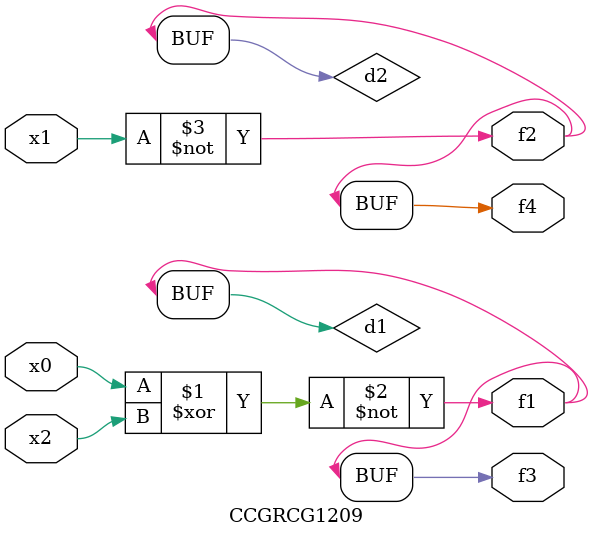
<source format=v>
module CCGRCG1209(
	input x0, x1, x2,
	output f1, f2, f3, f4
);

	wire d1, d2, d3;

	xnor (d1, x0, x2);
	nand (d2, x1);
	nor (d3, x1, x2);
	assign f1 = d1;
	assign f2 = d2;
	assign f3 = d1;
	assign f4 = d2;
endmodule

</source>
